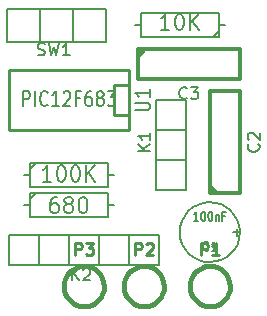
<source format=gto>
G04 (created by PCBNEW-RS274X (2012-01-19 BZR 3256)-stable) date 2013-11-19 08:27:40*
G01*
G70*
G90*
%MOIN*%
G04 Gerber Fmt 3.4, Leading zero omitted, Abs format*
%FSLAX34Y34*%
G04 APERTURE LIST*
%ADD10C,0.006000*%
%ADD11C,0.015000*%
%ADD12C,0.008000*%
%ADD13C,0.010000*%
%ADD14C,0.005000*%
%ADD15C,0.012000*%
%ADD16C,0.007500*%
G04 APERTURE END LIST*
G54D10*
X25450Y-09450D02*
X25450Y-08450D01*
X26450Y-08450D02*
X25450Y-08450D01*
X26450Y-09550D02*
X25450Y-09550D01*
X26550Y-09450D02*
X26550Y-08450D01*
X27650Y-08550D02*
X27650Y-09550D01*
X28750Y-08450D02*
X28750Y-09450D01*
X28750Y-08550D02*
X28750Y-09550D01*
X26550Y-09550D02*
X26550Y-08550D01*
X27650Y-08450D02*
X27650Y-09450D01*
X28750Y-09550D02*
X25750Y-09550D01*
X25450Y-09550D02*
X25450Y-08550D01*
X25750Y-08450D02*
X28750Y-08450D01*
X29500Y-17000D02*
X29500Y-16000D01*
X28500Y-17000D02*
X28500Y-16000D01*
X27500Y-17000D02*
X27500Y-16000D01*
X26500Y-17000D02*
X26500Y-16000D01*
X26500Y-16000D02*
X25500Y-16000D01*
X25500Y-16000D02*
X25500Y-17000D01*
X26500Y-17000D02*
X25500Y-17000D01*
X30500Y-17000D02*
X29500Y-17000D01*
X30500Y-16000D02*
X30500Y-17000D01*
X29500Y-17000D02*
X26500Y-17000D01*
X26500Y-16000D02*
X29500Y-16000D01*
X30500Y-16000D02*
X29500Y-16000D01*
G54D11*
X32872Y-17700D02*
X32859Y-17830D01*
X32821Y-17956D01*
X32759Y-18071D01*
X32676Y-18173D01*
X32575Y-18257D01*
X32460Y-18319D01*
X32335Y-18358D01*
X32204Y-18371D01*
X32075Y-18360D01*
X31949Y-18323D01*
X31833Y-18262D01*
X31730Y-18180D01*
X31646Y-18079D01*
X31583Y-17964D01*
X31543Y-17839D01*
X31529Y-17709D01*
X31540Y-17579D01*
X31576Y-17453D01*
X31636Y-17336D01*
X31717Y-17234D01*
X31817Y-17149D01*
X31931Y-17085D01*
X32056Y-17044D01*
X32186Y-17029D01*
X32316Y-17039D01*
X32443Y-17074D01*
X32560Y-17133D01*
X32663Y-17214D01*
X32749Y-17313D01*
X32813Y-17427D01*
X32855Y-17552D01*
X32871Y-17682D01*
X32872Y-17700D01*
G54D12*
X32700Y-09000D02*
X32500Y-09000D01*
X29700Y-09000D02*
X29900Y-09000D01*
X29900Y-09000D02*
X29900Y-09400D01*
X29900Y-09400D02*
X32500Y-09400D01*
X32500Y-09400D02*
X32500Y-08600D01*
X32500Y-08600D02*
X29900Y-08600D01*
X29900Y-08600D02*
X29900Y-09000D01*
X32500Y-09200D02*
X32300Y-09400D01*
X26000Y-15000D02*
X26200Y-15000D01*
X29000Y-15000D02*
X28800Y-15000D01*
X28800Y-15000D02*
X28800Y-14600D01*
X28800Y-14600D02*
X26200Y-14600D01*
X26200Y-14600D02*
X26200Y-15400D01*
X26200Y-15400D02*
X28800Y-15400D01*
X28800Y-15400D02*
X28800Y-15000D01*
X26200Y-14800D02*
X26400Y-14600D01*
G54D13*
X29500Y-12000D02*
X29000Y-12000D01*
X29000Y-12000D02*
X29000Y-11000D01*
X29000Y-11000D02*
X29500Y-11000D01*
X29500Y-12500D02*
X25500Y-12500D01*
X25500Y-12500D02*
X25500Y-10500D01*
X25500Y-10500D02*
X29500Y-10500D01*
X29500Y-10500D02*
X29500Y-12500D01*
G54D14*
X33201Y-15900D02*
X33181Y-16094D01*
X33125Y-16281D01*
X33033Y-16453D01*
X32910Y-16605D01*
X32759Y-16729D01*
X32587Y-16822D01*
X32401Y-16880D01*
X32206Y-16900D01*
X32013Y-16883D01*
X31826Y-16828D01*
X31652Y-16737D01*
X31500Y-16615D01*
X31375Y-16465D01*
X31280Y-16294D01*
X31221Y-16108D01*
X31200Y-15913D01*
X31216Y-15720D01*
X31270Y-15532D01*
X31359Y-15358D01*
X31480Y-15205D01*
X31629Y-15079D01*
X31800Y-14983D01*
X31986Y-14923D01*
X32180Y-14900D01*
X32373Y-14915D01*
X32561Y-14967D01*
X32736Y-15055D01*
X32890Y-15176D01*
X33017Y-15323D01*
X33114Y-15493D01*
X33176Y-15679D01*
X33200Y-15873D01*
X33201Y-15900D01*
G54D12*
X26000Y-14000D02*
X26200Y-14000D01*
X29000Y-14000D02*
X28800Y-14000D01*
X28800Y-14000D02*
X28800Y-13600D01*
X28800Y-13600D02*
X26200Y-13600D01*
X26200Y-13600D02*
X26200Y-14400D01*
X26200Y-14400D02*
X28800Y-14400D01*
X28800Y-14400D02*
X28800Y-14000D01*
X26200Y-13800D02*
X26400Y-13600D01*
G54D10*
X31400Y-12500D02*
X30400Y-12500D01*
X31400Y-14500D02*
X30400Y-14500D01*
X30400Y-14500D02*
X30400Y-11500D01*
X30400Y-11500D02*
X31400Y-11500D01*
X31400Y-11500D02*
X31400Y-14500D01*
X30400Y-13500D02*
X31400Y-13500D01*
G54D15*
X33200Y-09800D02*
X31200Y-09800D01*
X33200Y-10800D02*
X31200Y-10800D01*
X29820Y-09800D02*
X31800Y-09800D01*
X33200Y-09800D02*
X33200Y-10800D01*
X31800Y-10800D02*
X29800Y-10800D01*
X29800Y-10800D02*
X29800Y-09800D01*
X29800Y-10050D02*
X30050Y-09800D01*
X32200Y-11200D02*
X32200Y-13200D01*
X33200Y-11200D02*
X33200Y-13200D01*
X32200Y-14580D02*
X32200Y-12600D01*
X32200Y-11200D02*
X33200Y-11200D01*
X33200Y-12600D02*
X33200Y-14600D01*
X33200Y-14600D02*
X32200Y-14600D01*
X32450Y-14600D02*
X32200Y-14350D01*
G54D11*
X30672Y-17700D02*
X30659Y-17830D01*
X30621Y-17956D01*
X30559Y-18071D01*
X30476Y-18173D01*
X30375Y-18257D01*
X30260Y-18319D01*
X30135Y-18358D01*
X30004Y-18371D01*
X29875Y-18360D01*
X29749Y-18323D01*
X29633Y-18262D01*
X29530Y-18180D01*
X29446Y-18079D01*
X29383Y-17964D01*
X29343Y-17839D01*
X29329Y-17709D01*
X29340Y-17579D01*
X29376Y-17453D01*
X29436Y-17336D01*
X29517Y-17234D01*
X29617Y-17149D01*
X29731Y-17085D01*
X29856Y-17044D01*
X29986Y-17029D01*
X30116Y-17039D01*
X30243Y-17074D01*
X30360Y-17133D01*
X30463Y-17214D01*
X30549Y-17313D01*
X30613Y-17427D01*
X30655Y-17552D01*
X30671Y-17682D01*
X30672Y-17700D01*
X28672Y-17700D02*
X28659Y-17830D01*
X28621Y-17956D01*
X28559Y-18071D01*
X28476Y-18173D01*
X28375Y-18257D01*
X28260Y-18319D01*
X28135Y-18358D01*
X28004Y-18371D01*
X27875Y-18360D01*
X27749Y-18323D01*
X27633Y-18262D01*
X27530Y-18180D01*
X27446Y-18079D01*
X27383Y-17964D01*
X27343Y-17839D01*
X27329Y-17709D01*
X27340Y-17579D01*
X27376Y-17453D01*
X27436Y-17336D01*
X27517Y-17234D01*
X27617Y-17149D01*
X27731Y-17085D01*
X27856Y-17044D01*
X27986Y-17029D01*
X28116Y-17039D01*
X28243Y-17074D01*
X28360Y-17133D01*
X28463Y-17214D01*
X28549Y-17313D01*
X28613Y-17427D01*
X28655Y-17552D01*
X28671Y-17682D01*
X28672Y-17700D01*
G54D10*
X26467Y-09993D02*
X26524Y-10012D01*
X26620Y-10012D01*
X26658Y-09993D01*
X26677Y-09974D01*
X26696Y-09936D01*
X26696Y-09898D01*
X26677Y-09860D01*
X26658Y-09840D01*
X26620Y-09821D01*
X26543Y-09802D01*
X26505Y-09783D01*
X26486Y-09764D01*
X26467Y-09726D01*
X26467Y-09688D01*
X26486Y-09650D01*
X26505Y-09631D01*
X26543Y-09612D01*
X26639Y-09612D01*
X26696Y-09631D01*
X26829Y-09612D02*
X26924Y-10012D01*
X27001Y-09726D01*
X27077Y-10012D01*
X27172Y-09612D01*
X27534Y-10012D02*
X27305Y-10012D01*
X27419Y-10012D02*
X27419Y-09612D01*
X27381Y-09669D01*
X27343Y-09707D01*
X27305Y-09726D01*
X27605Y-17512D02*
X27605Y-17112D01*
X27834Y-17512D02*
X27662Y-17283D01*
X27834Y-17112D02*
X27605Y-17340D01*
X27986Y-17150D02*
X28005Y-17131D01*
X28043Y-17112D01*
X28139Y-17112D01*
X28177Y-17131D01*
X28196Y-17150D01*
X28215Y-17188D01*
X28215Y-17226D01*
X28196Y-17283D01*
X27967Y-17512D01*
X28215Y-17512D01*
G54D13*
X31905Y-16662D02*
X31905Y-16262D01*
X32058Y-16262D01*
X32096Y-16281D01*
X32115Y-16300D01*
X32134Y-16338D01*
X32134Y-16395D01*
X32115Y-16433D01*
X32096Y-16452D01*
X32058Y-16471D01*
X31905Y-16471D01*
X32515Y-16662D02*
X32286Y-16662D01*
X32400Y-16662D02*
X32400Y-16262D01*
X32362Y-16319D01*
X32324Y-16357D01*
X32286Y-16376D01*
G54D12*
X30855Y-09173D02*
X30569Y-09173D01*
X30712Y-09173D02*
X30712Y-08623D01*
X30664Y-08701D01*
X30617Y-08754D01*
X30569Y-08780D01*
X31164Y-08623D02*
X31212Y-08623D01*
X31260Y-08649D01*
X31283Y-08675D01*
X31307Y-08727D01*
X31331Y-08832D01*
X31331Y-08963D01*
X31307Y-09068D01*
X31283Y-09120D01*
X31260Y-09146D01*
X31212Y-09173D01*
X31164Y-09173D01*
X31117Y-09146D01*
X31093Y-09120D01*
X31069Y-09068D01*
X31045Y-08963D01*
X31045Y-08832D01*
X31069Y-08727D01*
X31093Y-08675D01*
X31117Y-08649D01*
X31164Y-08623D01*
X31545Y-09173D02*
X31545Y-08623D01*
X31831Y-09173D02*
X31616Y-08858D01*
X31831Y-08623D02*
X31545Y-08937D01*
X27119Y-14723D02*
X27024Y-14723D01*
X26976Y-14749D01*
X26953Y-14775D01*
X26905Y-14854D01*
X26881Y-14958D01*
X26881Y-15168D01*
X26905Y-15220D01*
X26929Y-15246D01*
X26976Y-15273D01*
X27072Y-15273D01*
X27119Y-15246D01*
X27143Y-15220D01*
X27167Y-15168D01*
X27167Y-15037D01*
X27143Y-14985D01*
X27119Y-14958D01*
X27072Y-14932D01*
X26976Y-14932D01*
X26929Y-14958D01*
X26905Y-14985D01*
X26881Y-15037D01*
X27452Y-14958D02*
X27405Y-14932D01*
X27381Y-14906D01*
X27357Y-14854D01*
X27357Y-14827D01*
X27381Y-14775D01*
X27405Y-14749D01*
X27452Y-14723D01*
X27548Y-14723D01*
X27595Y-14749D01*
X27619Y-14775D01*
X27643Y-14827D01*
X27643Y-14854D01*
X27619Y-14906D01*
X27595Y-14932D01*
X27548Y-14958D01*
X27452Y-14958D01*
X27405Y-14985D01*
X27381Y-15011D01*
X27357Y-15063D01*
X27357Y-15168D01*
X27381Y-15220D01*
X27405Y-15246D01*
X27452Y-15273D01*
X27548Y-15273D01*
X27595Y-15246D01*
X27619Y-15220D01*
X27643Y-15168D01*
X27643Y-15063D01*
X27619Y-15011D01*
X27595Y-14985D01*
X27548Y-14958D01*
X27952Y-14723D02*
X28000Y-14723D01*
X28048Y-14749D01*
X28071Y-14775D01*
X28095Y-14827D01*
X28119Y-14932D01*
X28119Y-15063D01*
X28095Y-15168D01*
X28071Y-15220D01*
X28048Y-15246D01*
X28000Y-15273D01*
X27952Y-15273D01*
X27905Y-15246D01*
X27881Y-15220D01*
X27857Y-15168D01*
X27833Y-15063D01*
X27833Y-14932D01*
X27857Y-14827D01*
X27881Y-14775D01*
X27905Y-14749D01*
X27952Y-14723D01*
X29702Y-11843D02*
X30107Y-11843D01*
X30155Y-11821D01*
X30179Y-11800D01*
X30202Y-11757D01*
X30202Y-11671D01*
X30179Y-11629D01*
X30155Y-11607D01*
X30107Y-11586D01*
X29702Y-11586D01*
X30202Y-11136D02*
X30202Y-11393D01*
X30202Y-11265D02*
X29702Y-11265D01*
X29774Y-11308D01*
X29821Y-11350D01*
X29845Y-11393D01*
X25976Y-11702D02*
X25976Y-11202D01*
X26129Y-11202D01*
X26167Y-11226D01*
X26186Y-11250D01*
X26205Y-11298D01*
X26205Y-11369D01*
X26186Y-11417D01*
X26167Y-11440D01*
X26129Y-11464D01*
X25976Y-11464D01*
X26376Y-11702D02*
X26376Y-11202D01*
X26795Y-11655D02*
X26776Y-11679D01*
X26719Y-11702D01*
X26681Y-11702D01*
X26623Y-11679D01*
X26585Y-11631D01*
X26566Y-11583D01*
X26547Y-11488D01*
X26547Y-11417D01*
X26566Y-11321D01*
X26585Y-11274D01*
X26623Y-11226D01*
X26681Y-11202D01*
X26719Y-11202D01*
X26776Y-11226D01*
X26795Y-11250D01*
X27176Y-11702D02*
X26947Y-11702D01*
X27061Y-11702D02*
X27061Y-11202D01*
X27023Y-11274D01*
X26985Y-11321D01*
X26947Y-11345D01*
X27328Y-11250D02*
X27347Y-11226D01*
X27385Y-11202D01*
X27481Y-11202D01*
X27519Y-11226D01*
X27538Y-11250D01*
X27557Y-11298D01*
X27557Y-11345D01*
X27538Y-11417D01*
X27309Y-11702D01*
X27557Y-11702D01*
X27862Y-11440D02*
X27728Y-11440D01*
X27728Y-11702D02*
X27728Y-11202D01*
X27919Y-11202D01*
X28243Y-11202D02*
X28166Y-11202D01*
X28128Y-11226D01*
X28109Y-11250D01*
X28071Y-11321D01*
X28052Y-11417D01*
X28052Y-11607D01*
X28071Y-11655D01*
X28090Y-11679D01*
X28128Y-11702D01*
X28205Y-11702D01*
X28243Y-11679D01*
X28262Y-11655D01*
X28281Y-11607D01*
X28281Y-11488D01*
X28262Y-11440D01*
X28243Y-11417D01*
X28205Y-11393D01*
X28128Y-11393D01*
X28090Y-11417D01*
X28071Y-11440D01*
X28052Y-11488D01*
X28509Y-11417D02*
X28471Y-11393D01*
X28452Y-11369D01*
X28433Y-11321D01*
X28433Y-11298D01*
X28452Y-11250D01*
X28471Y-11226D01*
X28509Y-11202D01*
X28586Y-11202D01*
X28624Y-11226D01*
X28643Y-11250D01*
X28662Y-11298D01*
X28662Y-11321D01*
X28643Y-11369D01*
X28624Y-11393D01*
X28586Y-11417D01*
X28509Y-11417D01*
X28471Y-11440D01*
X28452Y-11464D01*
X28433Y-11512D01*
X28433Y-11607D01*
X28452Y-11655D01*
X28471Y-11679D01*
X28509Y-11702D01*
X28586Y-11702D01*
X28624Y-11679D01*
X28643Y-11655D01*
X28662Y-11607D01*
X28662Y-11512D01*
X28643Y-11464D01*
X28624Y-11440D01*
X28586Y-11417D01*
X28795Y-11202D02*
X29043Y-11202D01*
X28909Y-11393D01*
X28967Y-11393D01*
X29005Y-11417D01*
X29024Y-11440D01*
X29043Y-11488D01*
X29043Y-11607D01*
X29024Y-11655D01*
X29005Y-11679D01*
X28967Y-11702D01*
X28852Y-11702D01*
X28814Y-11679D01*
X28795Y-11655D01*
G54D14*
X32150Y-16492D02*
X32136Y-16506D01*
X32093Y-16520D01*
X32064Y-16520D01*
X32021Y-16506D01*
X31993Y-16478D01*
X31978Y-16449D01*
X31964Y-16392D01*
X31964Y-16349D01*
X31978Y-16292D01*
X31993Y-16263D01*
X32021Y-16235D01*
X32064Y-16220D01*
X32093Y-16220D01*
X32136Y-16235D01*
X32150Y-16249D01*
X32436Y-16520D02*
X32264Y-16520D01*
X32350Y-16520D02*
X32350Y-16220D01*
X32321Y-16263D01*
X32293Y-16292D01*
X32264Y-16306D01*
X31813Y-15521D02*
X31671Y-15521D01*
X31742Y-15521D02*
X31742Y-15221D01*
X31718Y-15264D01*
X31694Y-15293D01*
X31671Y-15307D01*
X31968Y-15221D02*
X31992Y-15221D01*
X32016Y-15236D01*
X32028Y-15250D01*
X32040Y-15279D01*
X32051Y-15336D01*
X32051Y-15407D01*
X32040Y-15464D01*
X32028Y-15493D01*
X32016Y-15507D01*
X31992Y-15521D01*
X31968Y-15521D01*
X31944Y-15507D01*
X31932Y-15493D01*
X31921Y-15464D01*
X31909Y-15407D01*
X31909Y-15336D01*
X31921Y-15279D01*
X31932Y-15250D01*
X31944Y-15236D01*
X31968Y-15221D01*
X32206Y-15221D02*
X32230Y-15221D01*
X32254Y-15236D01*
X32266Y-15250D01*
X32278Y-15279D01*
X32289Y-15336D01*
X32289Y-15407D01*
X32278Y-15464D01*
X32266Y-15493D01*
X32254Y-15507D01*
X32230Y-15521D01*
X32206Y-15521D01*
X32182Y-15507D01*
X32170Y-15493D01*
X32159Y-15464D01*
X32147Y-15407D01*
X32147Y-15336D01*
X32159Y-15279D01*
X32170Y-15250D01*
X32182Y-15236D01*
X32206Y-15221D01*
X32397Y-15321D02*
X32397Y-15521D01*
X32397Y-15350D02*
X32408Y-15336D01*
X32432Y-15321D01*
X32468Y-15321D01*
X32492Y-15336D01*
X32504Y-15364D01*
X32504Y-15521D01*
X32706Y-15364D02*
X32623Y-15364D01*
X32623Y-15521D02*
X32623Y-15221D01*
X32742Y-15221D01*
G54D16*
X32986Y-15907D02*
X33215Y-15907D01*
X33101Y-16021D02*
X33101Y-15793D01*
G54D12*
X26917Y-14223D02*
X26631Y-14223D01*
X26774Y-14223D02*
X26774Y-13673D01*
X26726Y-13751D01*
X26679Y-13804D01*
X26631Y-13830D01*
X27226Y-13673D02*
X27274Y-13673D01*
X27322Y-13699D01*
X27345Y-13725D01*
X27369Y-13777D01*
X27393Y-13882D01*
X27393Y-14013D01*
X27369Y-14118D01*
X27345Y-14170D01*
X27322Y-14196D01*
X27274Y-14223D01*
X27226Y-14223D01*
X27179Y-14196D01*
X27155Y-14170D01*
X27131Y-14118D01*
X27107Y-14013D01*
X27107Y-13882D01*
X27131Y-13777D01*
X27155Y-13725D01*
X27179Y-13699D01*
X27226Y-13673D01*
X27702Y-13673D02*
X27750Y-13673D01*
X27798Y-13699D01*
X27821Y-13725D01*
X27845Y-13777D01*
X27869Y-13882D01*
X27869Y-14013D01*
X27845Y-14118D01*
X27821Y-14170D01*
X27798Y-14196D01*
X27750Y-14223D01*
X27702Y-14223D01*
X27655Y-14196D01*
X27631Y-14170D01*
X27607Y-14118D01*
X27583Y-14013D01*
X27583Y-13882D01*
X27607Y-13777D01*
X27631Y-13725D01*
X27655Y-13699D01*
X27702Y-13673D01*
X28083Y-14223D02*
X28083Y-13673D01*
X28369Y-14223D02*
X28154Y-13908D01*
X28369Y-13673D02*
X28083Y-13987D01*
G54D10*
X30212Y-13195D02*
X29812Y-13195D01*
X30212Y-12966D02*
X29983Y-13138D01*
X29812Y-12966D02*
X30040Y-13195D01*
X30212Y-12585D02*
X30212Y-12814D01*
X30212Y-12700D02*
X29812Y-12700D01*
X29869Y-12738D01*
X29907Y-12776D01*
X29926Y-12814D01*
G54D12*
X31434Y-11424D02*
X31415Y-11443D01*
X31358Y-11462D01*
X31320Y-11462D01*
X31262Y-11443D01*
X31224Y-11405D01*
X31205Y-11367D01*
X31186Y-11290D01*
X31186Y-11233D01*
X31205Y-11157D01*
X31224Y-11119D01*
X31262Y-11081D01*
X31320Y-11062D01*
X31358Y-11062D01*
X31415Y-11081D01*
X31434Y-11100D01*
X31567Y-11062D02*
X31815Y-11062D01*
X31681Y-11214D01*
X31739Y-11214D01*
X31777Y-11233D01*
X31796Y-11252D01*
X31815Y-11290D01*
X31815Y-11386D01*
X31796Y-11424D01*
X31777Y-11443D01*
X31739Y-11462D01*
X31624Y-11462D01*
X31586Y-11443D01*
X31567Y-11424D01*
X33824Y-12966D02*
X33843Y-12985D01*
X33862Y-13042D01*
X33862Y-13080D01*
X33843Y-13138D01*
X33805Y-13176D01*
X33767Y-13195D01*
X33690Y-13214D01*
X33633Y-13214D01*
X33557Y-13195D01*
X33519Y-13176D01*
X33481Y-13138D01*
X33462Y-13080D01*
X33462Y-13042D01*
X33481Y-12985D01*
X33500Y-12966D01*
X33500Y-12814D02*
X33481Y-12795D01*
X33462Y-12757D01*
X33462Y-12661D01*
X33481Y-12623D01*
X33500Y-12604D01*
X33538Y-12585D01*
X33576Y-12585D01*
X33633Y-12604D01*
X33862Y-12833D01*
X33862Y-12585D01*
G54D13*
X29705Y-16662D02*
X29705Y-16262D01*
X29858Y-16262D01*
X29896Y-16281D01*
X29915Y-16300D01*
X29934Y-16338D01*
X29934Y-16395D01*
X29915Y-16433D01*
X29896Y-16452D01*
X29858Y-16471D01*
X29705Y-16471D01*
X30086Y-16300D02*
X30105Y-16281D01*
X30143Y-16262D01*
X30239Y-16262D01*
X30277Y-16281D01*
X30296Y-16300D01*
X30315Y-16338D01*
X30315Y-16376D01*
X30296Y-16433D01*
X30067Y-16662D01*
X30315Y-16662D01*
X27705Y-16662D02*
X27705Y-16262D01*
X27858Y-16262D01*
X27896Y-16281D01*
X27915Y-16300D01*
X27934Y-16338D01*
X27934Y-16395D01*
X27915Y-16433D01*
X27896Y-16452D01*
X27858Y-16471D01*
X27705Y-16471D01*
X28067Y-16262D02*
X28315Y-16262D01*
X28181Y-16414D01*
X28239Y-16414D01*
X28277Y-16433D01*
X28296Y-16452D01*
X28315Y-16490D01*
X28315Y-16586D01*
X28296Y-16624D01*
X28277Y-16643D01*
X28239Y-16662D01*
X28124Y-16662D01*
X28086Y-16643D01*
X28067Y-16624D01*
M02*

</source>
